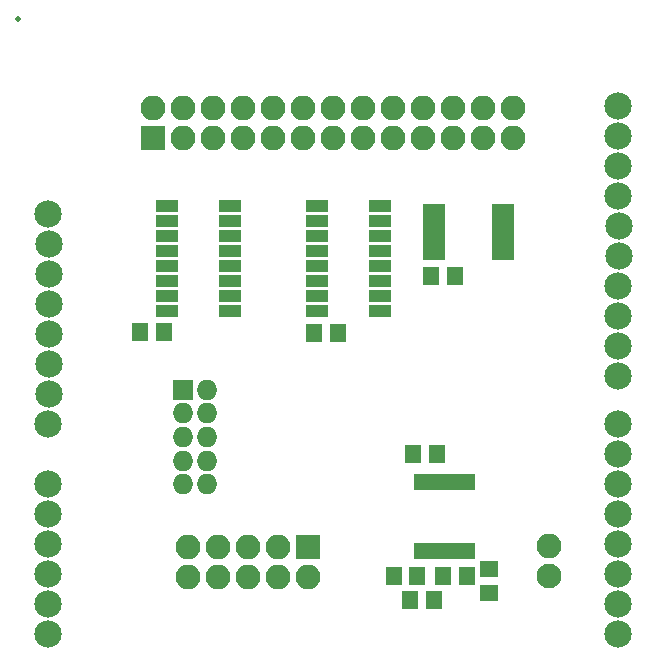
<source format=gbr>
G04 #@! TF.FileFunction,Soldermask,Top*
%FSLAX46Y46*%
G04 Gerber Fmt 4.6, Leading zero omitted, Abs format (unit mm)*
G04 Created by KiCad (PCBNEW 4.0.6) date 01/08/18 13:51:24*
%MOMM*%
%LPD*%
G01*
G04 APERTURE LIST*
%ADD10C,0.101600*%
%ADD11C,2.305000*%
%ADD12C,0.476200*%
%ADD13R,1.750000X1.750000*%
%ADD14O,1.750000X1.750000*%
%ADD15R,1.400000X1.650000*%
%ADD16R,1.650000X1.400000*%
%ADD17R,2.100000X2.100000*%
%ADD18O,2.100000X2.100000*%
%ADD19C,2.100000*%
%ADD20R,1.900000X1.000000*%
%ADD21R,1.900000X0.850000*%
%ADD22R,0.800000X1.400000*%
G04 APERTURE END LIST*
D10*
D11*
X112014000Y-91948000D03*
X112039400Y-94513400D03*
X112039400Y-97053400D03*
X112039400Y-99593400D03*
X112064800Y-102133400D03*
X112039400Y-104673400D03*
X112039400Y-107213400D03*
X112014000Y-109728000D03*
X112014000Y-114808000D03*
X112014000Y-117348000D03*
X112014000Y-127508000D03*
X160274000Y-127508000D03*
X112014000Y-124968000D03*
X112014000Y-119888000D03*
X112014000Y-122428000D03*
X160274000Y-124968000D03*
X160274000Y-122428000D03*
X160274000Y-119888000D03*
X160274000Y-117348000D03*
X160274000Y-114808000D03*
X160299400Y-95504000D03*
X160299400Y-92964000D03*
X160274000Y-90424000D03*
X160274000Y-103124000D03*
X160274000Y-98044000D03*
X160274000Y-105664000D03*
X160274000Y-112268000D03*
X160274000Y-109728000D03*
X160274000Y-100584000D03*
X160274000Y-87884000D03*
X160274000Y-85344000D03*
X160274000Y-82804000D03*
D12*
X109474000Y-75438000D03*
D13*
X123458180Y-106860360D03*
D14*
X125458180Y-106860360D03*
X123458180Y-108860360D03*
X125458180Y-108860360D03*
X123458180Y-110860360D03*
X125458180Y-110860360D03*
X123458180Y-112860360D03*
X125458180Y-112860360D03*
X123458180Y-114860360D03*
X125458180Y-114860360D03*
D15*
X121777000Y-101981000D03*
X119777000Y-101981000D03*
X134523180Y-102097360D03*
X136523180Y-102097360D03*
X144429180Y-97271360D03*
X146429180Y-97271360D03*
X142891000Y-112268000D03*
X144891000Y-112268000D03*
X142651180Y-124703360D03*
X144651180Y-124703360D03*
X145445180Y-122671360D03*
X147445180Y-122671360D03*
X143254180Y-122671360D03*
X141254180Y-122671360D03*
D16*
X149366180Y-124052360D03*
X149366180Y-122052360D03*
D17*
X120918180Y-85587360D03*
D18*
X120918180Y-83047360D03*
X123458180Y-85587360D03*
X123458180Y-83047360D03*
X125998180Y-85587360D03*
X125998180Y-83047360D03*
X128538180Y-85587360D03*
X128538180Y-83047360D03*
X131078180Y-85587360D03*
X131078180Y-83047360D03*
X133618180Y-85587360D03*
X133618180Y-83047360D03*
X136158180Y-85587360D03*
X136158180Y-83047360D03*
X138698180Y-85587360D03*
X138698180Y-83047360D03*
X141238180Y-85587360D03*
X141238180Y-83047360D03*
X143778180Y-85587360D03*
X143778180Y-83047360D03*
X146318180Y-85587360D03*
X146318180Y-83047360D03*
X148858180Y-85587360D03*
X148858180Y-83047360D03*
X151398180Y-85587360D03*
X151398180Y-83047360D03*
D17*
X133999180Y-120142000D03*
D18*
X133999180Y-122682000D03*
X131459180Y-120142000D03*
X131459180Y-122682000D03*
X128919180Y-120142000D03*
X128919180Y-122682000D03*
X126379180Y-120142000D03*
X126379180Y-122682000D03*
X123839180Y-120142000D03*
X123839180Y-122682000D03*
D19*
X154446180Y-122671360D03*
D18*
X154446180Y-120131360D03*
D20*
X127428180Y-100192360D03*
X127428180Y-98922360D03*
X127428180Y-97652360D03*
X127428180Y-96382360D03*
X127428180Y-95112360D03*
X127428180Y-93842360D03*
X127428180Y-92572360D03*
X127428180Y-91302360D03*
X122028180Y-91302360D03*
X122028180Y-92572360D03*
X122028180Y-93842360D03*
X122028180Y-95112360D03*
X122028180Y-96382360D03*
X122028180Y-97652360D03*
X122028180Y-98922360D03*
X122028180Y-100192360D03*
X140128180Y-100192360D03*
X140128180Y-98922360D03*
X140128180Y-97652360D03*
X140128180Y-96382360D03*
X140128180Y-95112360D03*
X140128180Y-93842360D03*
X140128180Y-92572360D03*
X140128180Y-91302360D03*
X134728180Y-91302360D03*
X134728180Y-92572360D03*
X134728180Y-93842360D03*
X134728180Y-95112360D03*
X134728180Y-96382360D03*
X134728180Y-97652360D03*
X134728180Y-98922360D03*
X134728180Y-100192360D03*
D21*
X150538180Y-95482360D03*
X150538180Y-94832360D03*
X150538180Y-94182360D03*
X150538180Y-93532360D03*
X150538180Y-92882360D03*
X150538180Y-92232360D03*
X150538180Y-91582360D03*
X144638180Y-91582360D03*
X144638180Y-92232360D03*
X144638180Y-92882360D03*
X144638180Y-93532360D03*
X144638180Y-94182360D03*
X144638180Y-94832360D03*
X144638180Y-95482360D03*
D22*
X143281180Y-120491360D03*
X143931180Y-120491360D03*
X144581180Y-120491360D03*
X145231180Y-120491360D03*
X145881180Y-120491360D03*
X146531180Y-120491360D03*
X147181180Y-120491360D03*
X147831180Y-120491360D03*
X147831180Y-114691360D03*
X147181180Y-114691360D03*
X146531180Y-114691360D03*
X145881180Y-114691360D03*
X145231180Y-114691360D03*
X144581180Y-114691360D03*
X143931180Y-114691360D03*
X143281180Y-114691360D03*
M02*

</source>
